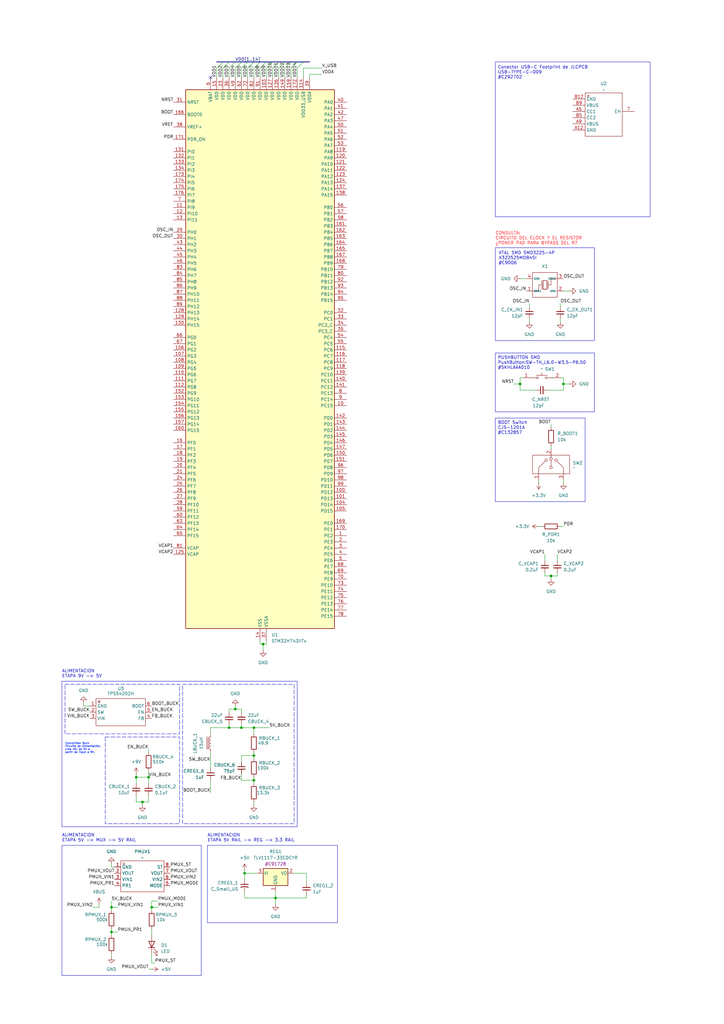
<source format=kicad_sch>
(kicad_sch (version 20250114) (generator "eeschema") (generator_version "9.0")
  (paper "A3" portrait)
  (title_block (title "renBOARD Stardar version") (date "2025-09-10") (rev "v0") (company "RENON"))
  (lib_symbols
    (symbol "Buck:TPS54202HDDCT"
      (property "Reference" "U" (at 0 0 0))
      (symbol "TPS54202HDDCT_1_0"
        (pin unspecified line (at -12.7 2.54 0) (length 2.54) (name "GND") (number "1"))
        (pin unspecified line (at -12.7 0 0) (length 2.54) (name "SW") (number "2"))
        (pin unspecified line (at -12.7 -2.54 0) (length 2.54) (name "VIN") (number "3"))
        (pin unspecified line (at 12.7 2.54 180) (length 2.54) (name "BOOT") (number "6"))
        (pin unspecified line (at 12.7 0 180) (length 2.54) (name "EN") (number "5"))
        (pin unspecified line (at 12.7 -2.54 180) (length 2.54) (name "FB") (number "4"))
      )
    )
    (symbol "DIPswitch:CJS-1201A"
      (property "Reference" "SW" (at 0 0 0))
      (symbol "CJS-1201A_1_0"
        (pin unspecified line (at -5.08 -6.35 90) (length 2.54) (name "1") (number "1"))
        (pin unspecified line (at 0 6.35 270) (length 2.54) (name "C") (number "2"))
        (pin unspecified line (at 5.08 -6.35 90) (length 2.54) (name "3") (number "3"))
      )
    )
    (symbol "Device:C_Small" (pin_numbers (hide yes)) (pin_names (offset 0.254) (hide yes))
      (property "Reference" "C" (at 0.254 1.778 0))
      (property "Value" "C_Small" (at 0.254 -2.032 0))
      (symbol "C_Small_1_1"
        (pin passive line (at 0 2.54 270) (length 2.032) (name "~") (number "1"))
        (pin passive line (at 0 -2.54 90) (length 2.032) (name "~") (number "2"))
      )
    )
    (symbol "Device:C_Small_US" (pin_numbers (hide yes)) (pin_names (offset 0.254) (hide yes))
      (property "Reference" "C" (at 0.254 1.778 0))
      (property "Value" "C_Small_US" (at 0.254 -2.032 0))
      (symbol "C_Small_US_1_1"
        (pin passive line (at 0 2.54 270) (length 2.032) (name "~") (number "1"))
        (pin passive line (at 0 -2.54 90) (length 2.032) (name "~") (number "2"))
      )
    )
    (symbol "Device:LED" (pin_numbers (hide yes)) (pin_names (offset 1.016) (hide yes))
      (property "Reference" "D" (at 0 2.54 0))
      (property "Value" "LED" (at 0 -2.54 0))
      (symbol "LED_1_1"
        (pin passive line (at -3.81 0 0) (length 2.54) (name "K") (number "1"))
        (pin passive line (at 3.81 0 180) (length 2.54) (name "A") (number "2"))
      )
    )
    (symbol "Device:L_Iron" (pin_numbers (hide yes)) (pin_names (offset 1.016) (hide yes))
      (property "Reference" "L" (at -1.27 0 90))
      (property "Value" "L_Iron" (at 2.794 0 90))
      (symbol "L_Iron_1_1"
        (pin passive line (at 0 3.81 270) (length 1.27) (name "1") (number "1"))
        (pin passive line (at 0 -3.81 90) (length 1.27) (name "2") (number "2"))
      )
    )
    (symbol "Device:R" (pin_numbers (hide yes)) (pin_names (offset 0))
      (property "Reference" "R" (at 2.032 0 90))
      (property "Value" "R" (at 0 0 90))
      (symbol "R_1_1"
        (pin passive line (at 0 3.81 270) (length 1.27) (name "~") (number "1"))
        (pin passive line (at 0 -3.81 90) (length 1.27) (name "~") (number "2"))
      )
    )
    (symbol "EasyEDA_Lib:USB-TYPE-C-009"
      (property "Reference" "U" (at 0 0 0))
      (symbol "USB-TYPE-C-009_1_0"
        (pin unspecified line (at -12.7 7.62 0) (length 5.08) (name "GND") (number "B12"))
        (pin unspecified line (at -12.7 5.08 0) (length 5.08) (name "VBUS") (number "B9"))
        (pin unspecified line (at -12.7 2.54 0) (length 5.08) (name "CC1") (number "A5"))
        (pin unspecified line (at -12.7 0 0) (length 5.08) (name "CC2") (number "B5"))
        (pin unspecified line (at -12.7 -2.54 0) (length 5.08) (name "VBUS") (number "A9"))
        (pin unspecified line (at -12.7 -5.08 0) (length 5.08) (name "GND") (number "A12"))
        (pin unspecified line (at 12.7 2.54 180) (length 5.08) (name "EH") (number "7"))
      )
    )
    (symbol "MCU_ST_STM32H7:STM32H743IITx"
      (property "Reference" "U" (at -30.48 113.03 0))
      (property "Value" "STM32H743IITx" (at 22.86 113.03 0))
      (symbol "STM32H743IITx_1_1"
        (pin input line (at -35.56 106.68 0) (length 5.08) (name "NRST") (number "31"))
        (pin input line (at -35.56 101.6 0) (length 5.08) (name "BOOT0") (number "166"))
        (pin input line (at -35.56 96.52 0) (length 5.08) (name "VREF+") (number "38"))
        (pin input line (at -35.56 91.44 0) (length 5.08) (name "PDR_ON") (number "171"))
        (pin bidirectional line (at -35.56 86.36 0) (length 5.08) (name "PI0") (number "131"))
        (pin bidirectional line (at -35.56 83.82 0) (length 5.08) (name "PI1") (number "132"))
        (pin bidirectional line (at -35.56 81.28 0) (length 5.08) (name "PI2") (number "133"))
        (pin bidirectional line (at -35.56 78.74 0) (length 5.08) (name "PI3") (number "134"))
        (pin bidirectional line (at -35.56 76.2 0) (length 5.08) (name "PI4") (number "173"))
        (pin bidirectional line (at -35.56 73.66 0) (length 5.08) (name "PI5") (number "174"))
        (pin bidirectional line (at -35.56 71.12 0) (length 5.08) (name "PI6") (number "175"))
        (pin bidirectional line (at -35.56 68.58 0) (length 5.08) (name "PI7") (number "176"))
        (pin bidirectional line (at -35.56 66.04 0) (length 5.08) (name "PI8") (number "7"))
        (pin bidirectional line (at -35.56 63.5 0) (length 5.08) (name "PI9") (number "11"))
        (pin bidirectional line (at -35.56 60.96 0) (length 5.08) (name "PI10") (number "12"))
        (pin bidirectional line (at -35.56 58.42 0) (length 5.08) (name "PI11") (number "13"))
        (pin bidirectional line (at -35.56 53.34 0) (length 5.08) (name "PH0") (number "29"))
        (pin bidirectional line (at -35.56 50.8 0) (length 5.08) (name "PH1") (number "30"))
        (pin bidirectional line (at -35.56 48.26 0) (length 5.08) (name "PH2") (number "43"))
        (pin bidirectional line (at -35.56 45.72 0) (length 5.08) (name "PH3") (number "44"))
        (pin bidirectional line (at -35.56 43.18 0) (length 5.08) (name "PH4") (number "45"))
        (pin bidirectional line (at -35.56 40.64 0) (length 5.08) (name "PH5") (number "46"))
        (pin bidirectional line (at -35.56 38.1 0) (length 5.08) (name "PH6") (number "83"))
        (pin bidirectional line (at -35.56 35.56 0) (length 5.08) (name "PH7") (number "84"))
        (pin bidirectional line (at -35.56 33.02 0) (length 5.08) (name "PH8") (number "85"))
        (pin bidirectional line (at -35.56 30.48 0) (length 5.08) (name "PH9") (number "86"))
        (pin bidirectional line (at -35.56 27.94 0) (length 5.08) (name "PH10") (number "87"))
        (pin bidirectional line (at -35.56 25.4 0) (length 5.08) (name "PH11") (number "88"))
        (pin bidirectional line (at -35.56 22.86 0) (length 5.08) (name "PH12") (number "89"))
        (pin bidirectional line (at -35.56 20.32 0) (length 5.08) (name "PH13") (number "128"))
        (pin bidirectional line (at -35.56 17.78 0) (length 5.08) (name "PH14") (number "129"))
        (pin bidirectional line (at -35.56 15.24 0) (length 5.08) (name "PH15") (number "130"))
        (pin bidirectional line (at -35.56 10.16 0) (length 5.08) (name "PG0") (number "66"))
        (pin bidirectional line (at -35.56 7.62 0) (length 5.08) (name "PG1") (number "67"))
        (pin bidirectional line (at -35.56 5.08 0) (length 5.08) (name "PG2") (number "106"))
        (pin bidirectional line (at -35.56 2.54 0) (length 5.08) (name "PG3") (number "107"))
        (pin bidirectional line (at -35.56 0 0) (length 5.08) (name "PG4") (number "108"))
        (pin bidirectional line (at -35.56 -2.54 0) (length 5.08) (name "PG5") (number "109"))
        (pin bidirectional line (at -35.56 -5.08 0) (length 5.08) (name "PG6") (number "110"))
        (pin bidirectional line (at -35.56 -7.62 0) (length 5.08) (name "PG7") (number "111"))
        (pin bidirectional line (at -35.56 -10.16 0) (length 5.08) (name "PG8") (number "112"))
        (pin bidirectional line (at -35.56 -12.7 0) (length 5.08) (name "PG9") (number "152"))
        (pin bidirectional line (at -35.56 -15.24 0) (length 5.08) (name "PG10") (number "153"))
        (pin bidirectional line (at -35.56 -17.78 0) (length 5.08) (name "PG11") (number "154"))
        (pin bidirectional line (at -35.56 -20.32 0) (length 5.08) (name "PG12") (number "155"))
        (pin bidirectional line (at -35.56 -22.86 0) (length 5.08) (name "PG13") (number "156"))
        (pin bidirectional line (at -35.56 -25.4 0) (length 5.08) (name "PG14") (number "157"))
        (pin bidirectional line (at -35.56 -27.94 0) (length 5.08) (name "PG15") (number "160"))
        (pin bidirectional line (at -35.56 -33.02 0) (length 5.08) (name "PF0") (number "16"))
        (pin bidirectional line (at -35.56 -35.56 0) (length 5.08) (name "PF1") (number "17"))
        (pin bidirectional line (at -35.56 -38.1 0) (length 5.08) (name "PF2") (number "18"))
        (pin bidirectional line (at -35.56 -40.64 0) (length 5.08) (name "PF3") (number "19"))
        (pin bidirectional line (at -35.56 -43.18 0) (length 5.08) (name "PF4") (number "20"))
        (pin bidirectional line (at -35.56 -45.72 0) (length 5.08) (name "PF5") (number "21"))
        (pin bidirectional line (at -35.56 -48.26 0) (length 5.08) (name "PF6") (number "24"))
        (pin bidirectional line (at -35.56 -50.8 0) (length 5.08) (name "PF7") (number "25"))
        (pin bidirectional line (at -35.56 -53.34 0) (length 5.08) (name "PF8") (number "26"))
        (pin bidirectional line (at -35.56 -55.88 0) (length 5.08) (name "PF9") (number "27"))
        (pin bidirectional line (at -35.56 -58.42 0) (length 5.08) (name "PF10") (number "28"))
        (pin bidirectional line (at -35.56 -60.96 0) (length 5.08) (name "PF11") (number "59"))
        (pin bidirectional line (at -35.56 -63.5 0) (length 5.08) (name "PF12") (number "60"))
        (pin bidirectional line (at -35.56 -66.04 0) (length 5.08) (name "PF13") (number "63"))
        (pin bidirectional line (at -35.56 -68.58 0) (length 5.08) (name "PF14") (number "64"))
        (pin bidirectional line (at -35.56 -71.12 0) (length 5.08) (name "PF15") (number "65"))
        (pin power_out line (at -35.56 -76.2 0) (length 5.08) (name "VCAP") (number "81"))
        (pin power_out line (at -35.56 -78.74 0) (length 5.08) (name "VCAP") (number "125"))
        (pin power_in line (at -20.32 116.84 270) (length 5.08) (name "VBAT") (number "6"))
        (pin power_in line (at -17.78 116.84 270) (length 5.08) (name "VDD") (number "15"))
        (pin power_in line (at -15.24 116.84 270) (length 5.08) (name "VDD") (number "23"))
        (pin power_in line (at -12.7 116.84 270) (length 5.08) (name "VDD") (number "36"))
        (pin power_in line (at -10.16 116.84 270) (length 5.08) (name "VDD") (number "49"))
        (pin power_in line (at -7.62 116.84 270) (length 5.08) (name "VDD") (number "62"))
        (pin power_in line (at -5.08 116.84 270) (length 5.08) (name "VDD") (number "72"))
        (pin power_in line (at -2.54 116.84 270) (length 5.08) (name "VDD") (number "82"))
        (pin power_in line (at 0 116.84 270) (length 5.08) (name "VDD") (number "91"))
        (pin passive line (at 0 -114.3 90) (length 5.08) (hide yes) (name "VSS") (number "102"))
        (pin passive line (at 0 -114.3 90) (length 5.08) (hide yes) (name "VSS") (number "113"))
        (pin passive line (at 0 -114.3 90) (length 5.08) (hide yes) (name "VSS") (number "126"))
        (pin passive line (at 0 -114.3 90) (length 5.08) (hide yes) (name "VSS") (number "135"))
        (pin power_in line (at 0 -114.3 90) (length 5.08) (name "VSS") (number "14"))
        (pin passive line (at 0 -114.3 90) (length 5.08) (hide yes) (name "VSS") (number "148"))
        (pin passive line (at 0 -114.3 90) (length 5.08) (hide yes) (name "VSS") (number "158"))
        (pin passive line (at 0 -114.3 90) (length 5.08) (hide yes) (name "VSS") (number "22"))
        (pin passive line (at 0 -114.3 90) (length 5.08) (hide yes) (name "VSS") (number "48"))
        (pin passive line (at 0 -114.3 90) (length 5.08) (hide yes) (name "VSS") (number "61"))
        (pin passive line (at 0 -114.3 90) (length 5.08) (hide yes) (name "VSS") (number "71"))
        (pin passive line (at 0 -114.3 90) (length 5.08) (hide yes) (name "VSS") (number "90"))
        (pin power_in line (at 2.54 116.84 270) (length 5.08) (name "VDD") (number "103"))
        (pin power_in line (at 2.54 -114.3 90) (length 5.08) (name "VSSA") (number "37"))
        (pin power_in line (at 5.08 116.84 270) (length 5.08) (name "VDD") (number "127"))
        (pin power_in line (at 7.62 116.84 270) (length 5.08) (name "VDD") (number "136"))
        (pin power_in line (at 10.16 116.84 270) (length 5.08) (name "VDD") (number "149"))
        (pin power_in line (at 12.7 116.84 270) (length 5.08) (name "VDD") (number "159"))
        (pin power_in line (at 15.24 116.84 270) (length 5.08) (name "VDD") (number "172"))
        (pin power_in line (at 17.78 116.84 270) (length 5.08) (name "VDD33_USB") (number "114"))
        (pin power_in line (at 20.32 116.84 270) (length 5.08) (name "VDDA") (number "39"))
        (pin bidirectional line (at 35.56 106.68 180) (length 5.08) (name "PA0") (number "40"))
        (pin bidirectional line (at 35.56 104.14 180) (length 5.08) (name "PA1") (number "41"))
        (pin bidirectional line (at 35.56 101.6 180) (length 5.08) (name "PA2") (number "42"))
        (pin bidirectional line (at 35.56 99.06 180) (length 5.08) (name "PA3") (number "47"))
        (pin bidirectional line (at 35.56 96.52 180) (length 5.08) (name "PA4") (number "50"))
        (pin bidirectional line (at 35.56 93.98 180) (length 5.08) (name "PA5") (number "51"))
        (pin bidirectional line (at 35.56 91.44 180) (length 5.08) (name "PA6") (number "52"))
        (pin bidirectional line (at 35.56 88.9 180) (length 5.08) (name "PA7") (number "53"))
        (pin bidirectional line (at 35.56 86.36 180) (length 5.08) (name "PA8") (number "119"))
        (pin bidirectional line (at 35.56 83.82 180) (length 5.08) (name "PA9") (number "120"))
        (pin bidirectional line (at 35.56 81.28 180) (length 5.08) (name "PA10") (number "121"))
        (pin bidirectional line (at 35.56 78.74 180) (length 5.08) (name "PA11") (number "122"))
        (pin bidirectional line (at 35.56 76.2 180) (length 5.08) (name "PA12") (number "123"))
        (pin bidirectional line (at 35.56 73.66 180) (length 5.08) (name "PA13") (number "124"))
        (pin bidirectional line (at 35.56 71.12 180) (length 5.08) (name "PA14") (number "137"))
        (pin bidirectional line (at 35.56 68.58 180) (length 5.08) (name "PA15") (number "138"))
        (pin bidirectional line (at 35.56 63.5 180) (length 5.08) (name "PB0") (number "56"))
        (pin bidirectional line (at 35.56 60.96 180) (length 5.08) (name "PB1") (number "57"))
        (pin bidirectional line (at 35.56 58.42 180) (length 5.08) (name "PB2") (number "58"))
        (pin bidirectional line (at 35.56 55.88 180) (length 5.08) (name "PB3") (number "161"))
        (pin bidirectional line (at 35.56 53.34 180) (length 5.08) (name "PB4") (number "162"))
        (pin bidirectional line (at 35.56 50.8 180) (length 5.08) (name "PB5") (number "163"))
        (pin bidirectional line (at 35.56 48.26 180) (length 5.08) (name "PB6") (number "164"))
        (pin bidirectional line (at 35.56 45.72 180) (length 5.08) (name "PB7") (number "165"))
        (pin bidirectional line (at 35.56 43.18 180) (length 5.08) (name "PB8") (number "167"))
        (pin bidirectional line (at 35.56 40.64 180) (length 5.08) (name "PB9") (number "168"))
        (pin bidirectional line (at 35.56 38.1 180) (length 5.08) (name "PB10") (number "79"))
        (pin bidirectional line (at 35.56 35.56 180) (length 5.08) (name "PB11") (number "80"))
        (pin bidirectional line (at 35.56 33.02 180) (length 5.08) (name "PB12") (number "92"))
        (pin bidirectional line (at 35.56 30.48 180) (length 5.08) (name "PB13") (number "93"))
        (pin bidirectional line (at 35.56 27.94 180) (length 5.08) (name "PB14") (number "94"))
        (pin bidirectional line (at 35.56 25.4 180) (length 5.08) (name "PB15") (number "95"))
        (pin bidirectional line (at 35.56 20.32 180) (length 5.08) (name "PC0") (number "32"))
        (pin bidirectional line (at 35.56 17.78 180) (length 5.08) (name "PC1") (number "33"))
        (pin bidirectional line (at 35.56 15.24 180) (length 5.08) (name "PC2_C") (number "34"))
        (pin bidirectional line (at 35.56 12.7 180) (length 5.08) (name "PC3_C") (number "35"))
        (pin bidirectional line (at 35.56 10.16 180) (length 5.08) (name "PC4") (number "54"))
        (pin bidirectional line (at 35.56 7.62 180) (length 5.08) (name "PC5") (number "55"))
        (pin bidirectional line (at 35.56 5.08 180) (length 5.08) (name "PC6") (number "115"))
        (pin bidirectional line (at 35.56 2.54 180) (length 5.08) (name "PC7") (number "116"))
        (pin bidirectional line (at 35.56 0 180) (length 5.08) (name "PC8") (number "117"))
        (pin bidirectional line (at 35.56 -2.54 180) (length 5.08) (name "PC9") (number "118"))
        (pin bidirectional line (at 35.56 -5.08 180) (length 5.08) (name "PC10") (number "139"))
        (pin bidirectional line (at 35.56 -7.62 180) (length 5.08) (name "PC11") (number "140"))
        (pin bidirectional line (at 35.56 -10.16 180) (length 5.08) (name "PC12") (number "141"))
        (pin bidirectional line (at 35.56 -12.7 180) (length 5.08) (name "PC13") (number "8"))
        (pin bidirectional line (at 35.56 -15.24 180) (length 5.08) (name "PC14") (number "9"))
        (pin bidirectional line (at 35.56 -17.78 180) (length 5.08) (name "PC15") (number "10"))
        (pin bidirectional line (at 35.56 -22.86 180) (length 5.08) (name "PD0") (number "142"))
        (pin bidirectional line (at 35.56 -25.4 180) (length 5.08) (name "PD1") (number "143"))
        (pin bidirectional line (at 35.56 -27.94 180) (length 5.08) (name "PD2") (number "144"))
        (pin bidirectional line (at 35.56 -30.48 180) (length 5.08) (name "PD3") (number "145"))
        (pin bidirectional line (at 35.56 -33.02 180) (length 5.08) (name "PD4") (number "146"))
        (pin bidirectional line (at 35.56 -35.56 180) (length 5.08) (name "PD5") (number "147"))
        (pin bidirectional line (at 35.56 -38.1 180) (length 5.08) (name "PD6") (number "150"))
        (pin bidirectional line (at 35.56 -40.64 180) (length 5.08) (name "PD7") (number "151"))
        (pin bidirectional line (at 35.56 -43.18 180) (length 5.08) (name "PD8") (number "96"))
        (pin bidirectional line (at 35.56 -45.72 180) (length 5.08) (name "PD9") (number "97"))
        (pin bidirectional line (at 35.56 -48.26 180) (length 5.08) (name "PD10") (number "98"))
        (pin bidirectional line (at 35.56 -50.8 180) (length 5.08) (name "PD11") (number "99"))
        (pin bidirectional line (at 35.56 -53.34 180) (length 5.08) (name "PD12") (number "100"))
        (pin bidirectional line (at 35.56 -55.88 180) (length 5.08) (name "PD13") (number "101"))
        (pin bidirectional line (at 35.56 -58.42 180) (length 5.08) (name "PD14") (number "104"))
        (pin bidirectional line (at 35.56 -60.96 180) (length 5.08) (name "PD15") (number "105"))
        (pin bidirectional line (at 35.56 -66.04 180) (length 5.08) (name "PE0") (number "169"))
        (pin bidirectional line (at 35.56 -68.58 180) (length 5.08) (name "PE1") (number "170"))
        (pin bidirectional line (at 35.56 -71.12 180) (length 5.08) (name "PE2") (number "1"))
        (pin bidirectional line (at 35.56 -73.66 180) (length 5.08) (name "PE3") (number "2"))
        (pin bidirectional line (at 35.56 -76.2 180) (length 5.08) (name "PE4") (number "3"))
        (pin bidirectional line (at 35.56 -78.74 180) (length 5.08) (name "PE5") (number "4"))
        (pin bidirectional line (at 35.56 -81.28 180) (length 5.08) (name "PE6") (number "5"))
        (pin bidirectional line (at 35.56 -83.82 180) (length 5.08) (name "PE7") (number "68"))
        (pin bidirectional line (at 35.56 -86.36 180) (length 5.08) (name "PE8") (number "69"))
        (pin bidirectional line (at 35.56 -88.9 180) (length 5.08) (name "PE9") (number "70"))
        (pin bidirectional line (at 35.56 -91.44 180) (length 5.08) (name "PE10") (number "73"))
        (pin bidirectional line (at 35.56 -93.98 180) (length 5.08) (name "PE11") (number "74"))
        (pin bidirectional line (at 35.56 -96.52 180) (length 5.08) (name "PE12") (number "75"))
        (pin bidirectional line (at 35.56 -99.06 180) (length 5.08) (name "PE13") (number "76"))
        (pin bidirectional line (at 35.56 -101.6 180) (length 5.08) (name "PE14") (number "77"))
        (pin bidirectional line (at 35.56 -104.14 180) (length 5.08) (name "PE15") (number "78"))
      )
    )
    (symbol "PowerMux:TPS2117DRLR_C22399676"
      (property "Reference" "U" (at 0 0 0))
      (symbol "TPS2117DRLR_C22399676_1_0"
        (pin unspecified line (at -11.43 3.81 0) (length 2.54) (name "GND") (number "1"))
        (pin unspecified line (at -11.43 1.27 0) (length 2.54) (name "VOUT") (number "2"))
        (pin unspecified line (at -11.43 -1.27 0) (length 2.54) (name "VIN1") (number "3"))
        (pin unspecified line (at -11.43 -3.81 0) (length 2.54) (name "PR1") (number "4"))
        (pin unspecified line (at 11.43 3.81 180) (length 2.54) (name "ST") (number "8"))
        (pin unspecified line (at 11.43 1.27 180) (length 2.54) (name "VOUT") (number "7"))
        (pin unspecified line (at 11.43 -1.27 180) (length 2.54) (name "VIN2") (number "6"))
        (pin unspecified line (at 11.43 -3.81 180) (length 2.54) (name "MODE") (number "5"))
      )
    )
    (symbol "PushButton:SKHLAAA010"
      (property "Reference" "SW" (at 0 0 0))
      (symbol "SKHLAAA010_1_0"
        (pin input line (at -7.62 0 0) (length 2.54) (name "1") (number "1"))
        (pin input line (at 7.62 0 180) (length 2.54) (name "2") (number "2"))
      )
    )
    (symbol "Regulator_Linear:TLV1117-33" (pin_names (offset 0.254))
      (property "Reference" "U" (at -3.81 3.175 0))
      (property "Value" "TLV1117-33" (at 0 3.175 0))
      (symbol "TLV1117-33_1_1"
        (pin power_in line (at -7.62 0 0) (length 2.54) (name "VI") (number "3"))
        (pin power_in line (at 0 -7.62 90) (length 2.54) (name "GND") (number "1"))
        (pin power_out line (at 7.62 0 180) (length 2.54) (name "VO") (number "2"))
      )
    )
    (symbol "XTAL_LIB:X322525MOB4SI"
      (property "Reference" "X1" (at 0 7.62 0))
      (symbol "X322525MOB4SI_1_0"
        (pin unspecified line (at -7.62 2.54 0) (length 2.54) (name "GND") (number "4"))
        (pin unspecified line (at -7.62 -2.54 0) (length 2.54) (name "OSC1") (number "1"))
        (pin unspecified line (at 7.62 2.54 180) (length 2.54) (name "OSC2") (number "3"))
        (pin unspecified line (at 7.62 -2.54 180) (length 2.54) (name "GND") (number "2"))
      )
    )
    (symbol "power:+3.3V" (power) (pin_numbers (hide yes)) (pin_names (offset 0) (hide yes))
      (property "Value" "+3.3V" (at 0 3.556 0))
      (symbol "+3.3V_1_1"
        (pin power_in line (at 0 0 90) (length 0) (name "~") (number "1"))
      )
    )
    (symbol "power:+5V" (power) (pin_numbers (hide yes)) (pin_names (offset 0) (hide yes))
      (property "Value" "+5V" (at 0 3.556 0))
      (symbol "+5V_1_1"
        (pin power_in line (at 0 0 90) (length 0) (name "~") (number "1"))
      )
    )
    (symbol "power:+9V" (power) (pin_numbers (hide yes)) (pin_names (offset 0) (hide yes))
      (property "Value" "+9V" (at 0 3.556 0))
      (symbol "+9V_1_1"
        (pin power_in line (at 0 0 90) (length 0) (name "~") (number "1"))
      )
    )
    (symbol "power:GND" (power) (pin_numbers (hide yes)) (pin_names (offset 0) (hide yes))
      (property "Value" "GND" (at 0 -3.81 0))
      (symbol "GND_1_1"
        (pin power_in line (at 0 0 270) (length 0) (name "~") (number "1"))
      )
    )
    (symbol "power:VBUS" (power) (pin_numbers (hide yes)) (pin_names (offset 0) (hide yes))
      (property "Value" "VBUS" (at 0 3.556 0))
      (symbol "VBUS_1_1"
        (pin power_in line (at 0 0 90) (length 0) (name "~") (number "1"))
      )
    )
  )
  (rectangle (start 203.2 101.6) (end 243.84 139.7))
  (rectangle (start 25.4 279.4) (end 121.92 339.09))
  (rectangle (start 26.67 280.67) (end 73.66 300.99) (stroke (width 0) (type dash)))
  (rectangle (start 85.09 346.71) (end 138.43 378.46))
  (rectangle (start 203.2 171.45) (end 240.03 205.74))
  (rectangle (start 43.18 302.26) (end 73.66 337.82) (stroke (width 0) (type dash)))
  (rectangle (start 25.4 346.71) (end 82.55 400.05))
  (rectangle (start 203.2 144.78) (end 243.84 168.91))
  (rectangle (start 74.93 280.67) (end 120.65 337.82) (stroke (width 0) (type dash)))
  (rectangle (start 203.2 25.4) (end 266.7 88.9))
  (text "PUSHBUTTON SMD\nPushButton:SW-TH_L6.0-W3.5-P6.50\n#SKHLAAA010\n\n" (at 204.216 149.86 0) (effects (font (size 1.27 1.27)) (justify left)))
  (text "ALIMENTACION \nETAPA 9V -> 5V" (at 25.4 278.13 0) (effects (font (size 1.27 1.27)) (justify left bottom)))
  (text "BOOT Switch\nCJS-1201A\n#C132857\n\n" (at 204.216 176.53 0) (effects (font (size 1.27 1.27)) (justify left)))
  (text "ALIMENTACION \nETAPA 5V RAIL -> REG -> 3.3 RAIL" (at 85.09 345.44 0) (effects (font (size 1.27 1.27)) (justify left bottom)))
  (text "Convertidor Buck \nCircuito de Alimentación, \ncrea riel de 5V a \npartir de input a 9V." (at 26.67 306.832 0) (effects (font (size 0.762 0.762)) (justify left)))
  (text "XTAL SMD SMD3225-4P \nX322525MOB4SI\n#C9006\n" (at 204.47 105.918 0) (effects (font (size 1.27 1.27)) (justify left)))
  (text "ALIMENTACION \nETAPA 5V -> MUX -> 5V RAIL" (at 25.4 345.44 0) (effects (font (size 1.27 1.27)) (justify left bottom)))
  (text "Conector USB-C Footprint de JLCPCB\nUSB-TYPE-C-009\n#C292702\n" (at 204.216 29.718 0) (effects (font (size 1.27 1.27)) (justify left)))
  (text "CONSULTA: \nCIRCUITO DEL CLOCK Y EL RESISTOR\n¿PONER PAD PARA BYPASS DEL R?" (at 203.2 97.79 0) (effects (font (size 1.27 1.27)) (justify left)))
  (junction (at 60.96 318.77))
  (junction (at 96.52 290.83))
  (junction (at 45.72 382.27))
  (junction (at 100.33 358.14))
  (junction (at 45.72 372.11))
  (junction (at 93.98 298.45))
  (junction (at 55.88 318.77))
  (junction (at 104.14 309.88))
  (junction (at 104.14 298.45))
  (junction (at 104.14 320.04))
  (junction (at 58.42 328.93))
  (junction (at 62.23 372.11))
  (junction (at 213.36 157.48))
  (junction (at 107.95 264.16))
  (junction (at 99.06 298.45))
  (junction (at 113.03 368.3))
  (junction (at 226.06 236.22))
  (junction (at 231.14 157.48))
  (no_connect (at 86.36 31.75))
  (bus_entry (at 104.14 25.4) (size -2.54 2.54))
  (bus_entry (at 109.22 25.4) (size -2.54 2.54))
  (bus_entry (at 99.06 25.4) (size -2.54 2.54))
  (bus_entry (at 91.44 25.4) (size -2.54 2.54))
  (bus_entry (at 124.46 25.4) (size -2.54 2.54))
  (bus_entry (at 111.76 25.4) (size -2.54 2.54))
  (bus_entry (at 93.98 25.4) (size -2.54 2.54))
  (bus_entry (at 101.6 25.4) (size -2.54 2.54))
  (bus_entry (at 106.68 25.4) (size -2.54 2.54))
  (bus_entry (at 96.52 25.4) (size -2.54 2.54))
  (bus_entry (at 121.92 25.4) (size -2.54 2.54))
  (bus_entry (at 114.3 25.4) (size -2.54 2.54))
  (bus_entry (at 116.84 25.4) (size -2.54 2.54))
  (bus_entry (at 119.38 25.4) (size -2.54 2.54))
  (wire (pts (xy 213.36 157.48) (xy 213.36 154.94)))
  (wire (pts (xy 99.06 317.5) (xy 99.06 320.04)))
  (wire (pts (xy 88.9 27.94) (xy 88.9 31.75)))
  (wire (pts (xy 124.46 27.94) (xy 132.08 27.94)))
  (bus (pts (xy 111.76 25.4) (xy 114.3 25.4)))
  (wire (pts (xy 45.72 382.27) (xy 45.72 383.54)))
  (wire (pts (xy 63.5 394.97) (xy 62.23 394.97)))
  (wire (pts (xy 62.23 372.11) (xy 62.23 373.38)))
  (wire (pts (xy 106.68 27.94) (xy 106.68 31.75)))
  (wire (pts (xy 62.23 391.16) (xy 62.23 394.97)))
  (wire (pts (xy 34.29 289.56) (xy 36.83 289.56)))
  (wire (pts (xy 226.06 236.22) (xy 228.6 236.22)))
  (wire (pts (xy 99.06 320.04) (xy 104.14 320.04)))
  (wire (pts (xy 119.38 27.94) (xy 119.38 31.75)))
  (wire (pts (xy 104.14 309.88) (xy 104.14 311.15)))
  (wire (pts (xy 231.14 119.38) (xy 233.68 119.38)))
  (wire (pts (xy 104.14 328.93) (xy 104.14 330.2)))
  (wire (pts (xy 93.98 292.1) (xy 93.98 290.83)))
  (wire (pts (xy 213.36 157.48) (xy 213.36 160.02)))
  (wire (pts (xy 220.98 196.85) (xy 220.98 198.12)))
  (wire (pts (xy 99.06 298.45) (xy 99.06 297.18)))
  (wire (pts (xy 213.36 114.3) (xy 215.9 114.3)))
  (wire (pts (xy 99.06 298.45) (xy 104.14 298.45)))
  (bus (pts (xy 116.84 25.4) (xy 119.38 25.4)))
  (wire (pts (xy 55.88 328.93) (xy 55.88 326.39)))
  (wire (pts (xy 93.98 290.83) (xy 96.52 290.83)))
  (wire (pts (xy 233.68 157.48) (xy 231.14 157.48)))
  (wire (pts (xy 116.84 27.94) (xy 116.84 31.75)))
  (bus (pts (xy 114.3 25.4) (xy 116.84 25.4)))
  (wire (pts (xy 45.72 381) (xy 45.72 382.27)))
  (wire (pts (xy 45.72 382.27) (xy 48.26 382.27)))
  (wire (pts (xy 38.1 372.11) (xy 40.64 372.11)))
  (wire (pts (xy 45.72 372.11) (xy 48.26 372.11)))
  (wire (pts (xy 86.36 298.45) (xy 86.36 300.99)))
  (wire (pts (xy 91.44 27.94) (xy 91.44 31.75)))
  (wire (pts (xy 99.06 292.1) (xy 99.06 290.83)))
  (wire (pts (xy 55.88 318.77) (xy 60.96 318.77)))
  (bus (pts (xy 99.06 25.4) (xy 101.6 25.4)))
  (wire (pts (xy 86.36 298.45) (xy 93.98 298.45)))
  (wire (pts (xy 127 30.48) (xy 132.08 30.48)))
  (wire (pts (xy 226.06 182.88) (xy 226.06 184.15)))
  (wire (pts (xy 125.73 358.14) (xy 125.73 361.95)))
  (wire (pts (xy 93.98 27.94) (xy 93.98 31.75)))
  (wire (pts (xy 60.96 316.23) (xy 60.96 318.77)))
  (bus (pts (xy 101.6 25.4) (xy 104.14 25.4)))
  (wire (pts (xy 99.06 312.42) (xy 99.06 309.88)))
  (wire (pts (xy 113.03 368.3) (xy 113.03 370.84)))
  (wire (pts (xy 107.95 264.16) (xy 107.95 266.7)))
  (wire (pts (xy 228.6 234.95) (xy 228.6 236.22)))
  (wire (pts (xy 217.17 130.81) (xy 217.17 132.08)))
  (wire (pts (xy 104.14 320.04) (xy 104.14 321.31)))
  (bus (pts (xy 91.44 25.4) (xy 93.98 25.4)))
  (wire (pts (xy 93.98 298.45) (xy 99.06 298.45)))
  (wire (pts (xy 62.23 372.11) (xy 64.77 372.11)))
  (wire (pts (xy 223.52 227.33) (xy 223.52 229.87)))
  (wire (pts (xy 96.52 289.56) (xy 96.52 290.83)))
  (wire (pts (xy 127 31.75) (xy 127 30.48)))
  (wire (pts (xy 60.96 307.34) (xy 60.96 308.61)))
  (wire (pts (xy 223.52 236.22) (xy 226.06 236.22)))
  (wire (pts (xy 121.92 27.94) (xy 121.92 31.75)))
  (wire (pts (xy 45.72 355.6) (xy 45.72 354.33)))
  (wire (pts (xy 107.95 264.16) (xy 109.22 264.16)))
  (wire (pts (xy 58.42 328.93) (xy 55.88 328.93)))
  (wire (pts (xy 104.14 308.61) (xy 104.14 309.88)))
  (wire (pts (xy 45.72 391.16) (xy 45.72 392.43)))
  (wire (pts (xy 34.29 288.29) (xy 34.29 289.56)))
  (wire (pts (xy 229.87 130.81) (xy 229.87 132.08)))
  (bus (pts (xy 106.68 25.4) (xy 109.22 25.4)))
  (wire (pts (xy 55.88 321.31) (xy 55.88 318.77)))
  (wire (pts (xy 114.3 27.94) (xy 114.3 31.75)))
  (wire (pts (xy 55.88 317.5) (xy 55.88 318.77)))
  (wire (pts (xy 86.36 308.61) (xy 86.36 314.96)))
  (wire (pts (xy 100.33 368.3) (xy 113.03 368.3)))
  (wire (pts (xy 100.33 365.76) (xy 100.33 368.3)))
  (wire (pts (xy 58.42 328.93) (xy 58.42 330.2)))
  (wire (pts (xy 104.14 298.45) (xy 110.49 298.45)))
  (wire (pts (xy 62.23 369.57) (xy 62.23 372.11)))
  (wire (pts (xy 62.23 381) (xy 62.23 383.54)))
  (wire (pts (xy 99.06 27.94) (xy 99.06 31.75)))
  (wire (pts (xy 60.96 328.93) (xy 58.42 328.93)))
  (bus (pts (xy 119.38 25.4) (xy 121.92 25.4)))
  (wire (pts (xy 106.68 264.16) (xy 107.95 264.16)))
  (wire (pts (xy 229.87 124.46) (xy 229.87 125.73)))
  (wire (pts (xy 109.22 27.94) (xy 109.22 31.75)))
  (wire (pts (xy 125.73 367.03) (xy 125.73 368.3)))
  (wire (pts (xy 99.06 309.88) (xy 104.14 309.88)))
  (wire (pts (xy 229.87 215.9) (xy 231.14 215.9)))
  (wire (pts (xy 226.06 173.99) (xy 226.06 175.26)))
  (wire (pts (xy 226.06 236.22) (xy 226.06 237.49)))
  (wire (pts (xy 111.76 27.94) (xy 111.76 31.75)))
  (wire (pts (xy 210.82 157.48) (xy 213.36 157.48)))
  (wire (pts (xy 64.77 369.57) (xy 62.23 369.57)))
  (bus (pts (xy 109.22 25.4) (xy 111.76 25.4)))
  (bus (pts (xy 96.52 25.4) (xy 99.06 25.4)))
  (wire (pts (xy 231.14 196.85) (xy 231.14 198.12)))
  (wire (pts (xy 106.68 262.89) (xy 106.68 264.16)))
  (wire (pts (xy 104.14 27.94) (xy 104.14 31.75)))
  (wire (pts (xy 45.72 372.11) (xy 45.72 373.38)))
  (wire (pts (xy 231.14 160.02) (xy 231.14 157.48)))
  (wire (pts (xy 217.17 124.46) (xy 217.17 125.73)))
  (wire (pts (xy 220.98 215.9) (xy 222.25 215.9)))
  (wire (pts (xy 120.65 358.14) (xy 125.73 358.14)))
  (wire (pts (xy 96.52 290.83) (xy 99.06 290.83)))
  (wire (pts (xy 124.46 31.75) (xy 124.46 27.94)))
  (wire (pts (xy 60.96 326.39) (xy 60.96 328.93)))
  (wire (pts (xy 109.22 262.89) (xy 109.22 264.16)))
  (bus (pts (xy 93.98 25.4) (xy 96.52 25.4)))
  (wire (pts (xy 101.6 27.94) (xy 101.6 31.75)))
  (wire (pts (xy 45.72 369.57) (xy 45.72 372.11)))
  (wire (pts (xy 229.87 154.94) (xy 231.14 154.94)))
  (wire (pts (xy 113.03 368.3) (xy 125.73 368.3)))
  (bus (pts (xy 121.92 25.4) (xy 124.46 25.4)))
  (wire (pts (xy 104.14 298.45) (xy 104.14 300.99)))
  (wire (pts (xy 96.52 27.94) (xy 96.52 31.75)))
  (wire (pts (xy 219.71 160.02) (xy 213.36 160.02)))
  (wire (pts (xy 228.6 227.33) (xy 228.6 229.87)))
  (wire (pts (xy 223.52 234.95) (xy 223.52 236.22)))
  (wire (pts (xy 224.79 160.02) (xy 231.14 160.02)))
  (bus (pts (xy 104.14 25.4) (xy 106.68 25.4)))
  (wire (pts (xy 60.96 318.77) (xy 60.96 321.31)))
  (bus (pts (xy 124.46 25.4) (xy 127 25.4)))
  (wire (pts (xy 100.33 358.14) (xy 100.33 360.68)))
  (wire (pts (xy 40.64 370.84) (xy 40.64 372.11)))
  (wire (pts (xy 213.36 154.94) (xy 214.63 154.94)))
  (wire (pts (xy 231.14 157.48) (xy 231.14 154.94)))
  (bus (pts (xy 88.9 25.4) (xy 91.44 25.4)))
  (wire (pts (xy 100.33 356.87) (xy 100.33 358.14)))
  (wire (pts (xy 60.96 397.51) (xy 62.23 397.51)))
  (wire (pts (xy 93.98 297.18) (xy 93.98 298.45)))
  (wire (pts (xy 100.33 358.14) (xy 105.41 358.14)))
  (wire (pts (xy 104.14 318.77) (xy 104.14 320.04)))
  (wire (pts (xy 46.99 355.6) (xy 45.72 355.6)))
  (wire (pts (xy 113.03 365.76) (xy 113.03 368.3)))
  (wire (pts (xy 86.36 325.12) (xy 86.36 320.04)))
  (label "VDD11" (at 114.3 31.75 90))
  (label "OSC_IN" (at 215.9 119.38 180))
  (label "VCAP1" (at 71.12 224.79 180))
  (label "VCAP2" (at 228.6 227.33 0))
  (label "PMUX_VIN1" (at 46.99 360.68 180))
  (label "PMUX_VIN2" (at 38.1 372.11 180))
  (label "VDD14" (at 121.92 31.75 90))
  (label "NRST" (at 71.12 41.91 180))
  (label "VDDA" (at 132.08 30.48 0))
  (label "5V_BUCK" (at 110.49 298.45 0))
  (label "VDD8" (at 106.68 31.75 90))
  (label "OSC_IN" (at 217.17 124.46 180))
  (label "PDR" (at 71.12 57.15 180))
  (label "VIN_BUCK" (at 36.83 294.64 180))
  (label "VDD7" (at 104.14 31.75 90))
  (label "PMUX_ST" (at 69.85 355.6 0))
  (label "VIN_BUCK" (at 60.96 318.77 0))
  (label "BOOT" (at 226.06 173.99 180))
  (label "PMUX_VOUT" (at 60.96 397.51 180))
  (label "VDD4" (at 96.52 31.75 90))
  (label "VDD[1..14]" (at 96.52 25.4 0))
  (label "BOOT" (at 71.12 46.99 180))
  (label "VDD12" (at 116.84 31.75 90))
  (label "BOOT_BUCK" (at 86.36 325.12 180))
  (label "V_USB" (at 132.08 27.94 0))
  (label "OSC_IN" (at 71.12 95.25 180))
  (label "OSC_OUT" (at 71.12 97.79 180))
  (label "VDD13" (at 119.38 31.75 90))
  (label "PMUX_MODE" (at 69.85 363.22 0))
  (label "BOOT_BUCK" (at 62.23 289.56 0))
  (label "VDD6" (at 101.6 31.75 90))
  (label "VREF" (at 71.12 52.07 180))
  (label "VDD10" (at 111.76 31.75 90))
  (label "PMUX_VIN1" (at 48.26 372.11 0))
  (label "5V_BUCK" (at 45.72 369.57 0))
  (label "PMUX_ST" (at 63.5 394.97 0))
  (label "VCAP2" (at 71.12 227.33 180))
  (label "PMUX_VIN2" (at 69.85 360.68 0))
  (label "SW_BUCK" (at 86.36 312.42 180))
  (label "PMUX_PR1" (at 48.26 382.27 0))
  (label "OSC_OUT" (at 229.87 124.46 0))
  (label "VDD5" (at 99.06 31.75 90))
  (label "VDD3" (at 93.98 31.75 90))
  (label "NRST" (at 210.82 157.48 180))
  (label "PMUX_VIN1" (at 64.77 372.11 0))
  (label "FB_BUCK" (at 62.23 294.64 0))
  (label "FB_BUCK" (at 99.06 320.04 180))
  (label "EN_BUCK" (at 62.23 292.1 0))
  (label "VDD2" (at 91.44 31.75 90))
  (label "PMUX_PR1" (at 46.99 363.22 180))
  (label "PMUX_VOUT" (at 46.99 358.14 180))
  (label "PDR" (at 231.14 215.9 0))
  (label "EN_BUCK" (at 60.96 307.34 180))
  (label "PMUX_MODE" (at 64.77 369.57 0))
  (label "SW_BUCK" (at 36.83 292.1 180))
  (label "VDD9" (at 109.22 31.75 90))
  (label "VCAP1" (at 223.52 227.33 180))
  (label "OSC_OUT" (at 231.14 114.3 0))
  (label "PMUX_VOUT" (at 69.85 358.14 0))
  (label "VDD1" (at 88.9 31.75 90))
  (symbol (lib_id "power:+5V") (at 100.33 356.87 0) (unit 1)
    (property "Reference" "#PWR023" (effects (hide yes)))
    (property "Value" "+5V" (at 100.33 351.79 0))
    (property "Description" "Power symbol creates a global label with name \"+5V\"" (effects (hide yes)))
  )
  (symbol (lib_id "EasyEDA_Lib:USB-TYPE-C-009") (at 247.65 48.26 0) (unit 1)
    (property "Reference" "U2" (at 247.65 34.29 0))
    (property "Value" "~" (at 247.65 36.83 0))
    (property "Footprint" "EasyEDA_Lib:TYPE-C-SMD_TYPE-C-6P" (effects (hide yes)))
    (property "Datasheet" "https://atta.szlcsc.com/upload/public/pdf/source/20211217/1285E39CB33F6A7DB557CB6D0A3C6F17.pdf" (effects (hide yes)))
    (property "Description" "Connector Type:Type-C Standard:- Gender:Female Number of Ports:1 Number of Contacts:6P Mounting Style:卧贴 Current Rating - Power (Max):5A Operating Temperature Range:-25°C~+85°C Operating Temperature Range:-25°C~+85°C" (effects (hide yes)))
    (property "Manufacturer Part" "USB-TYPE-C-009" (effects (hide yes)))
    (property "Manufacturer" "DEALON(德艺隆)" (effects (hide yes)))
    (property "Supplier Part" "C2927029" (effects (hide yes)))
    (property "Supplier" "LCSC" (effects (hide yes)))
    (property "LCSC Part Name" "Type-C 母 卧贴" (effects (hide yes)))
  )
  (symbol (lib_id "power:GND") (at 213.36 114.3 270) (unit 1)
    (property "Reference" "#PWR02" (effects (hide yes)))
    (property "Value" "GND" (at 209.55 114.2999 90) (effects (justify right)))
    (property "Description" "Power symbol creates a global label with name \"GND\" , ground" (effects (hide yes)))
  )
  (symbol (lib_id "Device:R") (at 104.14 325.12 180) (unit 1)
    (property "Reference" "RBUCK_3" (at 106.172 323.088 0) (effects (justify right)))
    (property "Value" "13.3k" (at 107.95 325.12 0))
    (property "Footprint" "Resistor_SMD:R_0402_1005Metric_Pad0.72x0.64mm_HandSolder" (effects (hide yes)))
    (property "Description" "Resistor" (effects (hide yes)))
  )
  (symbol (lib_id "Device:C_Small") (at 222.25 160.02 90) (unit 1)
    (property "Reference" "C_NRST" (at 218.186 163.83 90) (effects (justify right)))
    (property "Value" "12pF" (at 218.44 166.37 90) (effects (justify right)))
    (property "Footprint" "Capacitor_SMD:C_0402_1005Metric" (effects (hide yes)))
    (property "Description" "Unpolarized capacitor, small symbol" (effects (hide yes)))
  )
  (symbol (lib_id "power:GND") (at 217.17 132.08 0) (unit 1)
    (property "Reference" "#PWR04" (effects (hide yes)))
    (property "Value" "GND" (at 217.17 137.16 0))
    (property "Description" "Power symbol creates a global label with name \"GND\" , ground" (effects (hide yes)))
  )
  (symbol (lib_id "power:GND") (at 233.68 157.48 90) (unit 1)
    (property "Reference" "#PWR06" (effects (hide yes)))
    (property "Value" "GND" (at 237.49 157.4799 90) (effects (justify right)))
    (property "Description" "Power symbol creates a global label with name \"GND\" , ground" (effects (hide yes)))
  )
  (symbol (lib_id "MCU_ST_STM32H7:STM32H743IITx") (at 106.68 148.59 0) (unit 1)
    (property "Reference" "U1" (at 111.3633 260.35 0) (effects (justify left)))
    (property "Value" "STM32H743IITx" (at 111.3633 262.89 0) (effects (justify left)))
    (property "Footprint" "Package_QFP:LQFP-176_24x24mm_P0.5mm" (effects (hide yes)))
    (property "Datasheet" "https://www.st.com/resource/en/datasheet/stm32h743ii.pdf" (effects (hide yes)))
    (property "Description" "STMicroelectronics Arm Cortex-M7 MCU, 2048KB flash, 1024KB RAM, 480 MHz, 1.62-3.6V, 140 GPIO, LQFP176" (effects (hide yes)))
  )
  (symbol (lib_id "power:+9V") (at 55.88 317.5 0) (unit 1)
    (property "Reference" "#PWR019" (effects (hide yes)))
    (property "Value" "+9V" (at 55.88 312.42 0))
    (property "Description" "Power symbol creates a global label with name \"+9V\"" (effects (hide yes)))
  )
  (symbol (lib_id "Device:C_Small") (at 217.17 128.27 0) (mirror y) (unit 1)
    (property "Reference" "C_CK_IN1" (at 214.63 127.0062 0) (effects (justify left)))
    (property "Value" "12pF" (at 214.63 129.5462 0) (effects (justify left)))
    (property "Footprint" "Capacitor_SMD:C_0402_1005Metric" (effects (hide yes)))
    (property "Description" "Unpolarized capacitor, small symbol" (effects (hide yes)))
  )
  (symbol (lib_id "Device:C_Small") (at 60.96 323.85 0) (unit 1)
    (property "Reference" "CBUCK_2" (at 63.5 322.5862 0) (effects (justify left)))
    (property "Value" "0.1uF" (at 63.5 325.1262 0) (effects (justify left)))
    (property "Footprint" "Capacitor_SMD:C_0402_1005Metric" (effects (hide yes)))
    (property "Description" "Unpolarized capacitor, small symbol" (effects (hide yes)))
  )
  (symbol (lib_id "power:GND") (at 229.87 132.08 0) (unit 1)
    (property "Reference" "#PWR05" (effects (hide yes)))
    (property "Value" "GND" (at 229.87 137.16 0))
    (property "Description" "Power symbol creates a global label with name \"GND\" , ground" (effects (hide yes)))
  )
  (symbol (lib_id "power:GND") (at 113.03 370.84 0) (unit 1)
    (property "Reference" "#PWR011" (effects (hide yes)))
    (property "Value" "GND" (at 113.03 375.92 0))
    (property "Description" "Power symbol creates a global label with name \"GND\" , ground" (effects (hide yes)))
  )
  (symbol (lib_id "Device:R") (at 104.14 304.8 180) (unit 1)
    (property "Reference" "RBUCK_1" (at 106.172 302.768 0) (effects (justify right)))
    (property "Value" "49.9" (at 107.95 304.8 0))
    (property "Footprint" "Resistor_SMD:R_0402_1005Metric_Pad0.72x0.64mm_HandSolder" (effects (hide yes)))
    (property "Description" "Resistor" (effects (hide yes)))
  )
  (symbol (lib_id "PushButton:SKHLAAA010") (at 222.25 154.94 0) (unit 1)
    (property "Reference" "SW1" (at 225.552 151.384 0))
    (property "Value" "~" (at 222.25 151.13 0))
    (property "Footprint" "PushButton:SW-TH_L6.0-W3.5-P6.50" (effects (hide yes)))
    (property "Datasheet" "https://item.szlcsc.com/datasheet/SKHLAAA010/476343.html" (effects (hide yes)))
    (property "Description" "Circuit:SPST Self Lock / No Lock:- Actuator Style:Rectangular Button IP Rating:- Mounting Type:Right Angle Contact Current:50mA Voltage Rating:12V Actuator/Cap Color:Black With Lamp:- Termination Style:PC Pin Operating Force:98gf Operating Temperature:-40" (effects (hide yes)))
    (property "Manufacturer Part" "SKHLAAA010" (effects (hide yes)))
    (property "Manufacturer" "ALPSALPINE(阿尔卑斯阿尔派)" (effects (hide yes)))
    (property "Supplier Part" "C470263" (effects (hide yes)))
    (property "Supplier" "LCSC" (effects (hide yes)))
    (property "LCSC Part Name" "SKHLAAA010" (effects (hide yes)))
  )
  (symbol (lib_id "Device:C_Small_US") (at 100.33 363.22 0) (mirror y) (unit 1)
    (property "Reference" "CREG1_1" (at 97.79 362.0769 0) (effects (justify left)))
    (property "Value" "C_Small_US" (at 97.79 364.6169 0) (effects (justify left)))
    (property "Footprint" "Capacitor_SMD:CP_Elec_4x5.3" (effects (hide yes)))
    (property "Description" "capacitor, small US symbol" (effects (hide yes)))
  )
  (symbol (lib_id "Device:C_Small") (at 125.73 364.49 0) (unit 1)
    (property "Reference" "CREG1_2" (at 128.27 363.2262 0) (effects (justify left)))
    (property "Value" "1uF" (at 128.27 365.7662 0) (effects (justify left)))
    (property "Footprint" "Capacitor_SMD:C_0402_1005Metric" (effects (hide yes)))
    (property "Description" "Unpolarized capacitor, small symbol" (effects (hide yes)))
  )
  (symbol (lib_id "Device:C_Small") (at 223.52 232.41 0) (mirror y) (unit 1)
    (property "Reference" "C_VCAP1" (at 220.98 231.1462 0) (effects (justify left)))
    (property "Value" "0.2uF" (at 220.98 233.6862 0) (effects (justify left)))
    (property "Footprint" "Capacitor_SMD:C_0402_1005Metric" (effects (hide yes)))
    (property "Description" "Unpolarized capacitor, small symbol" (effects (hide yes)))
  )
  (symbol (lib_id "Device:C_Small") (at 228.6 232.41 0) (unit 1)
    (property "Reference" "C_VCAP2" (at 231.14 231.1462 0) (effects (justify left)))
    (property "Value" "0.2uF" (at 231.14 233.6862 0) (effects (justify left)))
    (property "Footprint" "Capacitor_SMD:C_0402_1005Metric" (effects (hide yes)))
    (property "Description" "Unpolarized capacitor, small symbol" (effects (hide yes)))
  )
  (symbol (lib_id "power:+5V") (at 62.23 397.51 270) (unit 1)
    (property "Reference" "#PWR021" (effects (hide yes)))
    (property "Value" "+5V" (at 66.04 397.5099 90) (effects (justify left)))
    (property "Description" "Power symbol creates a global label with name \"+5V\"" (effects (hide yes)))
  )
  (symbol (lib_id "Device:C_Small") (at 86.36 317.5 0) (mirror y) (unit 1)
    (property "Reference" "CREG1_6" (at 83.82 316.2362 0) (effects (justify left)))
    (property "Value" "1uF" (at 83.82 318.7762 0) (effects (justify left)))
    (property "Footprint" "Capacitor_SMD:C_0402_1005Metric" (effects (hide yes)))
    (property "Description" "Unpolarized capacitor, small symbol" (effects (hide yes)))
  )
  (symbol (lib_id "Device:C_Small") (at 93.98 294.64 180) (unit 1)
    (property "Reference" "CBUCK_5" (at 91.44 295.9038 0) (effects (justify left)))
    (property "Value" "22uF" (at 91.44 293.3638 0) (effects (justify left)))
    (property "Footprint" "Capacitor_SMD:C_0402_1005Metric" (effects (hide yes)))
    (property "Description" "Unpolarized capacitor, small symbol" (effects (hide yes)))
  )
  (symbol (lib_id "Device:R") (at 60.96 312.42 180) (unit 1)
    (property "Reference" "RBUCK_4" (at 62.484 310.388 0) (effects (justify right)))
    (property "Value" "510k" (at 65.024 312.42 0))
    (property "Footprint" "Resistor_SMD:R_0402_1005Metric_Pad0.72x0.64mm_HandSolder" (effects (hide yes)))
    (property "Description" "Resistor" (effects (hide yes)))
  )
  (symbol (lib_id "Device:LED") (at 62.23 387.35 90) (unit 1)
    (property "Reference" "D1" (at 66.04 387.6674 90) (effects (justify right)))
    (property "Value" "LED" (at 66.04 390.2074 90) (effects (justify right)))
    (property "Footprint" "Diode_SMD:D_0402_1005Metric" (effects (hide yes)))
    (property "Description" "Light emitting diode" (effects (hide yes)))
    (property "Sim.Pins" "1=K 2=A" (effects (hide yes)))
  )
  (symbol (lib_id "Device:C_Small") (at 229.87 128.27 0) (unit 1)
    (property "Reference" "C_CK_OUT1" (at 232.41 127.0062 0) (effects (justify left)))
    (property "Value" "12pF" (at 232.41 129.5462 0) (effects (justify left)))
    (property "Footprint" "Capacitor_SMD:C_0402_1005Metric" (effects (hide yes)))
    (property "Description" "Unpolarized capacitor, small symbol" (effects (hide yes)))
  )
  (symbol (lib_id "Device:R") (at 226.06 179.07 0) (unit 1)
    (property "Reference" "R_BOOT1" (at 228.6 177.7999 0) (effects (justify left)))
    (property "Value" "10k" (at 228.6 180.3399 0) (effects (justify left)))
    (property "Footprint" "Resistor_SMD:R_0402_1005Metric_Pad0.72x0.64mm_HandSolder" (effects (hide yes)))
    (property "Description" "Resistor" (effects (hide yes)))
  )
  (symbol (lib_id "power:GND") (at 96.52 289.56 180) (unit 1)
    (property "Reference" "#PWR015" (effects (hide yes)))
    (property "Value" "GND" (at 96.52 284.48 0))
    (property "Description" "Power symbol creates a global label with name \"GND\" , ground" (effects (hide yes)))
  )
  (symbol (lib_id "power:VBUS") (at 40.64 370.84 0) (mirror y) (unit 1)
    (property "Reference" "#PWR012" (effects (hide yes)))
    (property "Value" "VBUS" (at 40.64 365.76 0))
    (property "Description" "Power symbol creates a global label with name \"VBUS\"" (effects (hide yes)))
  )
  (symbol (lib_id "Device:L_Iron") (at 86.36 304.8 180) (unit 1)
    (property "Reference" "LBUCK_1" (at 80.01 304.8 90))
    (property "Value" "15uH" (at 82.55 304.8 90))
    (property "Footprint" "Diode_SMD:D_0402_1005Metric_Pad0.77x0.64mm_HandSolder" (effects (hide yes)))
    (property "Description" "Inductor with iron core" (effects (hide yes)))
  )
  (symbol (lib_id "power:GND") (at 107.95 266.7 0) (unit 1)
    (property "Reference" "#PWR01" (effects (hide yes)))
    (property "Value" "GND" (at 107.95 271.78 0))
    (property "Description" "Power symbol creates a global label with name \"GND\" , ground" (effects (hide yes)))
  )
  (symbol (lib_id "Device:R") (at 226.06 215.9 90) (unit 1)
    (property "Reference" "R_PDR1" (at 226.06 219.202 90))
    (property "Value" "10k" (at 226.06 221.742 90))
    (property "Footprint" "Resistor_SMD:R_0402_1005Metric_Pad0.72x0.64mm_HandSolder" (effects (hide yes)))
    (property "Description" "Resistor" (effects (hide yes)))
  )
  (symbol (lib_id "PowerMux:TPS2117DRLR_C22399676") (at 58.42 359.41 0) (unit 1)
    (property "Reference" "PMUX1" (at 58.42 349.25 0))
    (property "Value" "~" (at 58.42 351.79 0))
    (property "Footprint" "PowerMux:SOT-583-8_L2.1-W1.2-P0.50-LS1.6-BL" (effects (hide yes)))
    (property "Description" "Number of Channels:2 Supply Voltage:1.6V~5.5V Supply Voltage:1.6V~5.5V On-State Resistance (Max):33mΩ Operating Temperature:-40°C~+105°C Operating Temperature:-40°C~+105°C" (effects (hide yes)))
    (property "Manufacturer Part" "TPS2117DRLR" (effects (hide yes)))
    (property "Manufacturer" "TI(德州仪器)" (effects (hide yes)))
    (property "Supplier Part" "C22399676" (effects (hide yes)))
    (property "Supplier" "LCSC" (effects (hide yes)))
    (property "LCSC Part Name" "TPS2117 1.6-V至5.5-V，4-A低IQ电源多路复用器，带手动和优先切换功能" (effects (hide yes)))
  )
  (symbol (lib_id "Device:C_Small") (at 99.06 294.64 0) (mirror x) (unit 1)
    (property "Reference" "CBUCK_4" (at 101.6 295.9038 0) (effects (justify left)))
    (property "Value" "22uF" (at 101.6 293.3638 0) (effects (justify left)))
    (property "Footprint" "Capacitor_SMD:C_0402_1005Metric" (effects (hide yes)))
    (property "Description" "Unpolarized capacitor, small symbol" (effects (hide yes)))
  )
  (symbol (lib_id "power:GND") (at 45.72 392.43 0) (unit 1)
    (property "Reference" "#PWR022" (effects (hide yes)))
    (property "Value" "GND" (at 45.72 397.51 0))
    (property "Description" "Power symbol creates a global label with name \"GND\" , ground" (effects (hide yes)))
  )
  (symbol (lib_id "Device:C_Small") (at 99.06 314.96 0) (mirror y) (unit 1)
    (property "Reference" "CBUCK_6" (at 96.52 313.6962 0) (effects (justify left)))
    (property "Value" "75pF" (at 96.52 316.2362 0) (effects (justify left)))
    (property "Footprint" "Capacitor_SMD:C_0402_1005Metric" (effects (hide yes)))
    (property "Description" "Unpolarized capacitor, small symbol" (effects (hide yes)))
  )
  (symbol (lib_id "power:+3.3V") (at 220.98 215.9 90) (unit 1)
    (property "Reference" "#PWR09" (effects (hide yes)))
    (property "Value" "+3.3V" (at 217.17 215.8999 90) (effects (justify left)))
    (property "Description" "Power symbol creates a global label with name \"+3.3V\"" (effects (hide yes)))
  )
  (symbol (lib_id "Device:R") (at 45.72 377.19 0) (mirror x) (unit 1)
    (property "Reference" "RPMUX_1" (at 43.688 375.158 0) (effects (justify right)))
    (property "Value" "500k" (at 41.91 377.19 0))
    (property "Footprint" "Resistor_SMD:R_0402_1005Metric_Pad0.72x0.64mm_HandSolder" (effects (hide yes)))
    (property "Description" "Resistor" (effects (hide yes)))
  )
  (symbol (lib_id "power:GND") (at 233.68 119.38 90) (unit 1)
    (property "Reference" "#PWR03" (effects (hide yes)))
    (property "Value" "GND" (at 237.49 119.3799 90) (effects (justify right)))
    (property "Description" "Power symbol creates a global label with name \"GND\" , ground" (effects (hide yes)))
  )
  (symbol (lib_id "Device:R") (at 45.72 387.35 0) (mirror x) (unit 1)
    (property "Reference" "RPMUX_2" (at 43.688 385.318 0) (effects (justify right)))
    (property "Value" "100k" (at 41.91 387.35 0))
    (property "Footprint" "Resistor_SMD:R_0402_1005Metric_Pad0.72x0.64mm_HandSolder" (effects (hide yes)))
    (property "Description" "Resistor" (effects (hide yes)))
  )
  (symbol (lib_id "Device:R") (at 62.23 377.19 180) (unit 1)
    (property "Reference" "RPMUX_3" (at 63.754 375.158 0) (effects (justify right)))
    (property "Value" "10k" (at 66.04 377.19 0))
    (property "Footprint" "Resistor_SMD:R_0402_1005Metric_Pad0.72x0.64mm_HandSolder" (effects (hide yes)))
    (property "Description" "Resistor" (effects (hide yes)))
  )
  (symbol (lib_id "power:+3.3V") (at 220.98 198.12 180) (unit 1)
    (property "Reference" "#PWR08" (effects (hide yes)))
    (property "Value" "+3.3V" (at 220.98 203.2 0))
    (property "Description" "Power symbol creates a global label with name \"+3.3V\"" (effects (hide yes)))
  )
  (symbol (lib_id "power:GND") (at 104.14 330.2 0) (unit 1)
    (property "Reference" "#PWR016" (effects (hide yes)))
    (property "Value" "GND" (at 104.14 335.28 0))
    (property "Description" "Power symbol creates a global label with name \"GND\" , ground" (effects (hide yes)))
  )
  (symbol (lib_id "power:GND") (at 58.42 330.2 0) (unit 1)
    (property "Reference" "#PWR018" (effects (hide yes)))
    (property "Value" "GND" (at 58.42 335.28 0))
    (property "Description" "Power symbol creates a global label with name \"GND\" , ground" (effects (hide yes)))
  )
  (symbol (lib_id "power:GND") (at 34.29 288.29 180) (unit 1)
    (property "Reference" "#PWR014" (effects (hide yes)))
    (property "Value" "GND" (at 34.29 283.21 0))
    (property "Description" "Power symbol creates a global label with name \"GND\" , ground" (effects (hide yes)))
  )
  (symbol (lib_id "power:GND") (at 45.72 354.33 180) (unit 1)
    (property "Reference" "#PWR020" (effects (hide yes)))
    (property "Value" "GND" (at 45.72 349.25 0))
    (property "Description" "Power symbol creates a global label with name \"GND\" , ground" (effects (hide yes)))
  )
  (symbol (lib_id "power:GND") (at 226.06 237.49 0) (unit 1)
    (property "Reference" "#PWR010" (effects (hide yes)))
    (property "Value" "GND" (at 226.06 242.57 0))
    (property "Description" "Power symbol creates a global label with name \"GND\" , ground" (effects (hide yes)))
  )
  (symbol (lib_id "Regulator_Linear:TLV1117-33") (at 113.03 358.14 0) (unit 1)
    (property "Reference" "REG1" (at 113.03 349.25 0))
    (property "Value" "TLV1117-33CDCYR" (at 113.03 351.79 0))
    (property "Footprint" "Package_TO_SOT_SMD:SOT-223" (effects (hide yes)))
    (property "Datasheet" "http://www.ti.com/lit/ds/symlink/tlv1117.pdf" (effects (hide yes)))
    (property "Description" "800mA Low-Dropout Linear Regulator, 3.3V fixed output, TO-220/TO-252/TO-263/SOT-223" (effects (hide yes)))
    (property "REF JLCPCB" "#C91728" (at 113.03 354.33 0))
  )
  (symbol (lib_id "Device:C_Small") (at 55.88 323.85 0) (mirror y) (unit 1)
    (property "Reference" "CBUCK_1" (at 53.34 322.5862 0) (effects (justify left)))
    (property "Value" "10uF" (at 53.34 325.1262 0) (effects (justify left)))
    (property "Footprint" "Capacitor_SMD:C_0402_1005Metric" (effects (hide yes)))
    (property "Description" "Unpolarized capacitor, small symbol" (effects (hide yes)))
  )
  (symbol (lib_id "XTAL_LIB:X322525MOB4SI") (at 223.52 116.84 0) (unit 1)
    (property "Reference" "X1" (at 223.52 109.22 0))
    (property "Value" "25MHz" (effects (hide yes)))
    (property "Footprint" "XTAL_LIB:CRYSTAL-SMD_4P-L3.2-W2.5-BL" (effects (hide yes)))
    (property "Datasheet" "https://item.szlcsc.com/datasheet/X322525MOB4SI/9526.html" (effects (hide yes)))
    (property "Description" "Type:Surface Mount Crystal Frequency:25MHz Normal temperature Frequency Tolerance:±10ppm Normal temperature Frequency Tolerance:±10ppm Load Capacitance:12pF Frequency Stability:±20ppm Frequency Stability:±20ppm Operating Temperature:-40°C~+85°C Operating Te" (effects (hide yes)))
    (property "Manufacturer Part" "X322525MOB4SI" (effects (hide yes)))
    (property "Manufacturer" "YXC(扬兴晶振)" (effects (hide yes)))
    (property "Supplier Part" "C9006" (effects (hide yes)))
    (property "Supplier" "LCSC" (effects (hide yes)))
    (property "LCSC Part Name" "YSX321SL 25MHZ 4P 3225 12PF ±10PPM -40~85°C (±20PPM)" (effects (hide yes)))
  )
  (symbol (lib_id "DIPswitch:CJS-1201A") (at 226.06 190.5 0) (unit 1)
    (property "Reference" "SW2" (at 234.95 189.8649 0) (effects (justify left)))
    (property "Value" "~" (at 234.95 191.77 0) (effects (justify left)))
    (property "Footprint" "DIPswitch:SW-SMD_CJS-1201A" (effects (hide yes)))
    (property "Datasheet" "https://item.szlcsc.com/datasheet/CJS-1201A/144159.html" (effects (hide yes)))
    (property "Description" "Type:Slide, Recessed Circuit:SPDT Number of Positions:1 Lead Pitch:- Operating Life:- Color:Black" (effects (hide yes)))
    (property "Manufacturer Part" "CJS-1201A" (effects (hide yes)))
    (property "Manufacturer" "NIDEC(尼得科)" (effects (hide yes)))
    (property "Supplier Part" "C132857" (effects (hide yes)))
    (property "Supplier" "LCSC" (effects (hide yes)))
    (property "LCSC Part Name" "5.4*2.5*2.5 600gf" (effects (hide yes)))
  )
  (symbol (lib_id "Buck:TPS54202HDDCT") (at 49.53 292.1 0) (unit 1)
    (property "Reference" "U3" (at 49.53 282.448 0))
    (property "Value" "TPS54202H" (at 49.53 284.48 0))
    (property "Footprint" "Buck:SOT-23-6_L2.9-W1.6-P0.95-LS2.8-BR" (effects (hide yes)))
    (property "Datasheet" "https://www.ti.com/cn/lit/gpn/tps54202h" (effects (hide yes)))
    (property "Description" "Function:Step-down type Output Type:Fixed Input Voltage:4.5V~28V Input Voltage:4.5V~28V Output Voltage:5V Output Voltage:5V Output Current:2A Switching Frequency:500kHz Switching Frequency:500kHz Operating Temperature:-40°C~+125°C Operating Temperature:-40°C" (effects (hide yes)))
    (property "Manufacturer Part" "TPS54202HDDCT" (effects (hide yes)))
    (property "Manufacturer" "TI(德州仪器)" (effects (hide yes)))
    (property "Supplier Part" "C134129" (effects (hide yes)))
    (property "Supplier" "LCSC" (effects (hide yes)))
    (property "LCSC Part Name" "4.5V至28V输入、2A输出、同步降压转换器" (effects (hide yes)))
  )
  (symbol (lib_id "Device:R") (at 104.14 314.96 180) (unit 1)
    (property "Reference" "RBUCK_2" (at 106.172 312.928 0) (effects (justify right)))
    (property "Value" "100k" (at 107.95 314.96 0))
    (property "Footprint" "Resistor_SMD:R_0402_1005Metric_Pad0.72x0.64mm_HandSolder" (effects (hide yes)))
    (property "Description" "Resistor" (effects (hide yes)))
  )
  (symbol (lib_id "power:GND") (at 231.14 198.12 0) (unit 1)
    (property "Reference" "#PWR07" (effects (hide yes)))
    (property "Value" "GND" (at 231.14 203.2 0))
    (property "Description" "Power symbol creates a global label with name \"GND\" , ground" (effects (hide yes)))
  )
)
</source>
